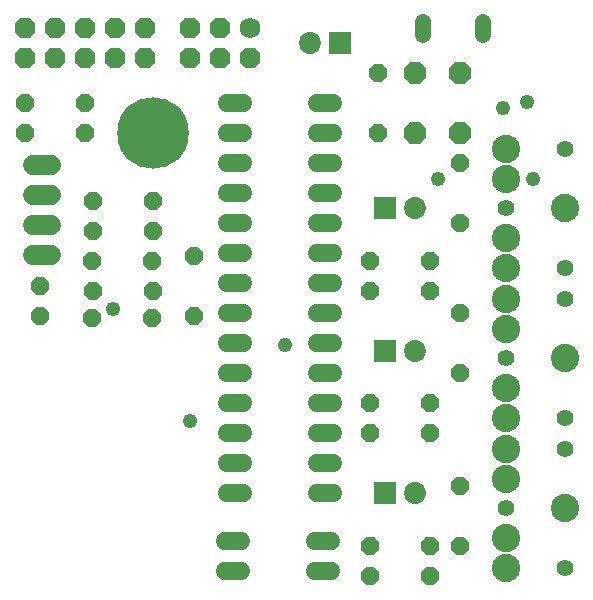
<source format=gbs>
G75*
%MOIN*%
%OFA0B0*%
%FSLAX25Y25*%
%IPPOS*%
%LPD*%
%AMOC8*
5,1,8,0,0,1.08239X$1,22.5*
%
%ADD10C,0.06000*%
%ADD11C,0.09400*%
%ADD12C,0.05524*%
%ADD13OC8,0.06000*%
%ADD14C,0.07300*%
%ADD15R,0.07300X0.07300*%
%ADD16C,0.05200*%
%ADD17OC8,0.07100*%
%ADD18C,0.06800*%
%ADD19OC8,0.06800*%
%ADD20C,0.23800*%
%ADD21C,0.06800*%
%ADD22C,0.04800*%
D10*
X0077580Y0013600D02*
X0082780Y0013600D01*
X0082780Y0023600D02*
X0077580Y0023600D01*
X0078400Y0039600D02*
X0083600Y0039600D01*
X0083600Y0049600D02*
X0078400Y0049600D01*
X0078400Y0059600D02*
X0083600Y0059600D01*
X0083600Y0069600D02*
X0078400Y0069600D01*
X0078400Y0079600D02*
X0083600Y0079600D01*
X0083600Y0089600D02*
X0078400Y0089600D01*
X0078400Y0099600D02*
X0083600Y0099600D01*
X0083600Y0109600D02*
X0078400Y0109600D01*
X0078400Y0119600D02*
X0083600Y0119600D01*
X0083600Y0129600D02*
X0078400Y0129600D01*
X0078400Y0139600D02*
X0083600Y0139600D01*
X0083600Y0149600D02*
X0078400Y0149600D01*
X0078400Y0159600D02*
X0083600Y0159600D01*
X0083600Y0169600D02*
X0078400Y0169600D01*
X0108400Y0169600D02*
X0113600Y0169600D01*
X0113600Y0159600D02*
X0108400Y0159600D01*
X0108400Y0149600D02*
X0113600Y0149600D01*
X0113600Y0139600D02*
X0108400Y0139600D01*
X0108400Y0129600D02*
X0113600Y0129600D01*
X0113600Y0119600D02*
X0108400Y0119600D01*
X0108400Y0109600D02*
X0113600Y0109600D01*
X0113600Y0099600D02*
X0108400Y0099600D01*
X0108400Y0089600D02*
X0113600Y0089600D01*
X0113600Y0079600D02*
X0108400Y0079600D01*
X0108400Y0069600D02*
X0113600Y0069600D01*
X0113600Y0059600D02*
X0108400Y0059600D01*
X0108400Y0049600D02*
X0113600Y0049600D01*
X0113600Y0039600D02*
X0108400Y0039600D01*
X0107580Y0023600D02*
X0112780Y0023600D01*
X0112780Y0013600D02*
X0107580Y0013600D01*
D11*
X0171315Y0014915D03*
X0171315Y0024757D03*
X0171315Y0044443D03*
X0171315Y0054285D03*
X0171315Y0064915D03*
X0171315Y0074757D03*
X0171315Y0094443D03*
X0171315Y0104285D03*
X0171315Y0114915D03*
X0171315Y0124757D03*
X0171315Y0144443D03*
X0171315Y0154285D03*
X0191000Y0134600D03*
X0191000Y0084600D03*
X0191000Y0034600D03*
D12*
X0191000Y0014915D03*
X0171315Y0034600D03*
X0191000Y0054285D03*
X0191000Y0064915D03*
X0171315Y0084600D03*
X0191000Y0104285D03*
X0191000Y0114915D03*
X0171315Y0134600D03*
X0191000Y0154285D03*
D13*
X0156000Y0149600D03*
X0156000Y0129600D03*
X0146000Y0117100D03*
X0146000Y0107100D03*
X0156000Y0099600D03*
X0156000Y0079600D03*
X0146000Y0069600D03*
X0146000Y0059600D03*
X0126000Y0059600D03*
X0126000Y0069600D03*
X0156000Y0042100D03*
X0156000Y0022100D03*
X0146000Y0022100D03*
X0146000Y0012100D03*
X0126000Y0012100D03*
X0126000Y0022100D03*
X0067260Y0098670D03*
X0053390Y0098030D03*
X0053500Y0107100D03*
X0053370Y0117230D03*
X0053500Y0127100D03*
X0053500Y0137100D03*
X0033500Y0137100D03*
X0033500Y0127100D03*
X0033370Y0117230D03*
X0033500Y0107100D03*
X0033390Y0098030D03*
X0016000Y0098840D03*
X0016000Y0108840D03*
X0067260Y0118670D03*
X0031000Y0159600D03*
X0031000Y0169600D03*
X0011000Y0169600D03*
X0011000Y0159600D03*
X0126000Y0117100D03*
X0126000Y0107100D03*
X0128500Y0159600D03*
X0128500Y0179600D03*
D14*
X0106000Y0189600D03*
X0141000Y0134600D03*
X0141000Y0087100D03*
X0141000Y0039600D03*
D15*
X0131000Y0039600D03*
X0131000Y0087100D03*
X0131000Y0134600D03*
X0116000Y0189600D03*
D16*
X0143500Y0192400D02*
X0143500Y0196800D01*
X0163500Y0196800D02*
X0163500Y0192400D01*
D17*
X0156000Y0179600D03*
X0141000Y0179600D03*
X0141000Y0159600D03*
X0156000Y0159600D03*
D18*
X0086000Y0194600D03*
D19*
X0086000Y0184600D03*
X0076000Y0184600D03*
X0066000Y0184600D03*
X0066000Y0194600D03*
X0076000Y0194600D03*
X0051000Y0194600D03*
X0051000Y0184600D03*
X0041000Y0184600D03*
X0031000Y0184600D03*
X0031000Y0194600D03*
X0041000Y0194600D03*
X0021000Y0194600D03*
X0011000Y0194600D03*
X0011000Y0184600D03*
X0021000Y0184600D03*
D20*
X0053500Y0159600D03*
D21*
X0019470Y0149210D02*
X0013470Y0149210D01*
X0013470Y0139210D02*
X0019470Y0139210D01*
X0019470Y0129210D02*
X0013470Y0129210D01*
X0013470Y0119210D02*
X0019470Y0119210D01*
D22*
X0065961Y0063655D03*
X0097457Y0089246D03*
X0040370Y0101057D03*
X0148638Y0144364D03*
X0170291Y0167986D03*
X0178165Y0169954D03*
X0180134Y0144364D03*
M02*

</source>
